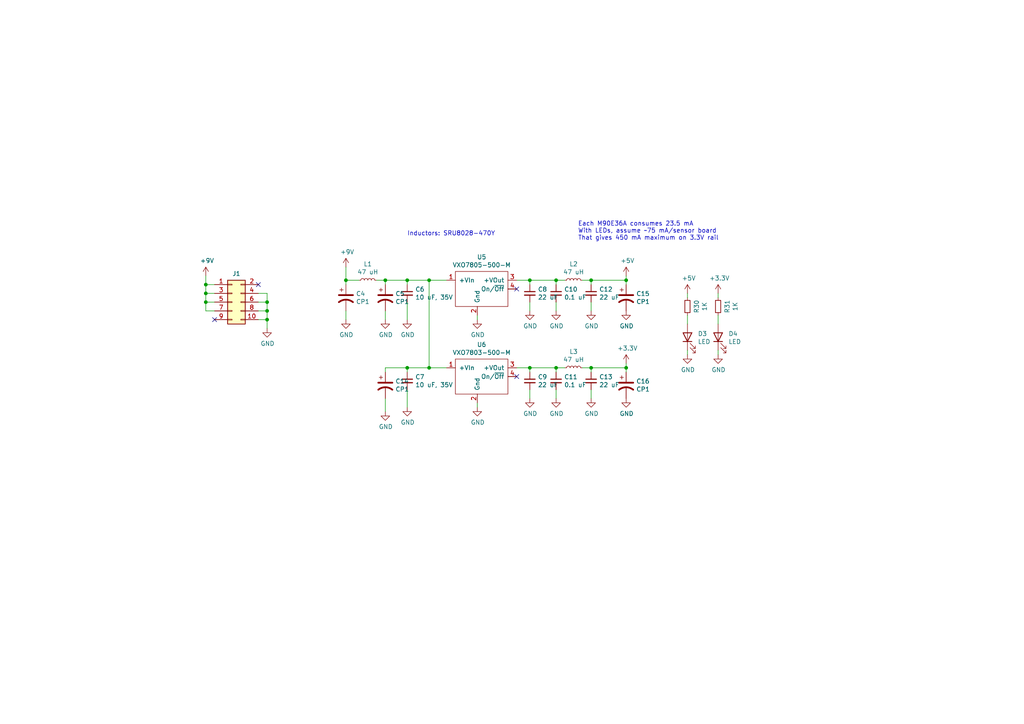
<source format=kicad_sch>
(kicad_sch (version 20211123) (generator eeschema)

  (uuid c9667181-b3c7-4b01-b8b4-baa29a9aea63)

  (paper "A4")

  (lib_symbols
    (symbol "Connector_Generic:Conn_02x05_Odd_Even" (pin_names (offset 1.016) hide) (in_bom yes) (on_board yes)
      (property "Reference" "J" (id 0) (at 1.27 7.62 0)
        (effects (font (size 1.27 1.27)))
      )
      (property "Value" "Conn_02x05_Odd_Even" (id 1) (at 1.27 -7.62 0)
        (effects (font (size 1.27 1.27)))
      )
      (property "Footprint" "" (id 2) (at 0 0 0)
        (effects (font (size 1.27 1.27)) hide)
      )
      (property "Datasheet" "~" (id 3) (at 0 0 0)
        (effects (font (size 1.27 1.27)) hide)
      )
      (property "ki_keywords" "connector" (id 4) (at 0 0 0)
        (effects (font (size 1.27 1.27)) hide)
      )
      (property "ki_description" "Generic connector, double row, 02x05, odd/even pin numbering scheme (row 1 odd numbers, row 2 even numbers), script generated (kicad-library-utils/schlib/autogen/connector/)" (id 5) (at 0 0 0)
        (effects (font (size 1.27 1.27)) hide)
      )
      (property "ki_fp_filters" "Connector*:*_2x??_*" (id 6) (at 0 0 0)
        (effects (font (size 1.27 1.27)) hide)
      )
      (symbol "Conn_02x05_Odd_Even_1_1"
        (rectangle (start -1.27 -4.953) (end 0 -5.207)
          (stroke (width 0.1524) (type default) (color 0 0 0 0))
          (fill (type none))
        )
        (rectangle (start -1.27 -2.413) (end 0 -2.667)
          (stroke (width 0.1524) (type default) (color 0 0 0 0))
          (fill (type none))
        )
        (rectangle (start -1.27 0.127) (end 0 -0.127)
          (stroke (width 0.1524) (type default) (color 0 0 0 0))
          (fill (type none))
        )
        (rectangle (start -1.27 2.667) (end 0 2.413)
          (stroke (width 0.1524) (type default) (color 0 0 0 0))
          (fill (type none))
        )
        (rectangle (start -1.27 5.207) (end 0 4.953)
          (stroke (width 0.1524) (type default) (color 0 0 0 0))
          (fill (type none))
        )
        (rectangle (start -1.27 6.35) (end 3.81 -6.35)
          (stroke (width 0.254) (type default) (color 0 0 0 0))
          (fill (type background))
        )
        (rectangle (start 3.81 -4.953) (end 2.54 -5.207)
          (stroke (width 0.1524) (type default) (color 0 0 0 0))
          (fill (type none))
        )
        (rectangle (start 3.81 -2.413) (end 2.54 -2.667)
          (stroke (width 0.1524) (type default) (color 0 0 0 0))
          (fill (type none))
        )
        (rectangle (start 3.81 0.127) (end 2.54 -0.127)
          (stroke (width 0.1524) (type default) (color 0 0 0 0))
          (fill (type none))
        )
        (rectangle (start 3.81 2.667) (end 2.54 2.413)
          (stroke (width 0.1524) (type default) (color 0 0 0 0))
          (fill (type none))
        )
        (rectangle (start 3.81 5.207) (end 2.54 4.953)
          (stroke (width 0.1524) (type default) (color 0 0 0 0))
          (fill (type none))
        )
        (pin passive line (at -5.08 5.08 0) (length 3.81)
          (name "Pin_1" (effects (font (size 1.27 1.27))))
          (number "1" (effects (font (size 1.27 1.27))))
        )
        (pin passive line (at 7.62 -5.08 180) (length 3.81)
          (name "Pin_10" (effects (font (size 1.27 1.27))))
          (number "10" (effects (font (size 1.27 1.27))))
        )
        (pin passive line (at 7.62 5.08 180) (length 3.81)
          (name "Pin_2" (effects (font (size 1.27 1.27))))
          (number "2" (effects (font (size 1.27 1.27))))
        )
        (pin passive line (at -5.08 2.54 0) (length 3.81)
          (name "Pin_3" (effects (font (size 1.27 1.27))))
          (number "3" (effects (font (size 1.27 1.27))))
        )
        (pin passive line (at 7.62 2.54 180) (length 3.81)
          (name "Pin_4" (effects (font (size 1.27 1.27))))
          (number "4" (effects (font (size 1.27 1.27))))
        )
        (pin passive line (at -5.08 0 0) (length 3.81)
          (name "Pin_5" (effects (font (size 1.27 1.27))))
          (number "5" (effects (font (size 1.27 1.27))))
        )
        (pin passive line (at 7.62 0 180) (length 3.81)
          (name "Pin_6" (effects (font (size 1.27 1.27))))
          (number "6" (effects (font (size 1.27 1.27))))
        )
        (pin passive line (at -5.08 -2.54 0) (length 3.81)
          (name "Pin_7" (effects (font (size 1.27 1.27))))
          (number "7" (effects (font (size 1.27 1.27))))
        )
        (pin passive line (at 7.62 -2.54 180) (length 3.81)
          (name "Pin_8" (effects (font (size 1.27 1.27))))
          (number "8" (effects (font (size 1.27 1.27))))
        )
        (pin passive line (at -5.08 -5.08 0) (length 3.81)
          (name "Pin_9" (effects (font (size 1.27 1.27))))
          (number "9" (effects (font (size 1.27 1.27))))
        )
      )
    )
    (symbol "Device:CP1" (pin_numbers hide) (pin_names (offset 0.254) hide) (in_bom yes) (on_board yes)
      (property "Reference" "C" (id 0) (at 0.635 2.54 0)
        (effects (font (size 1.27 1.27)) (justify left))
      )
      (property "Value" "Device_CP1" (id 1) (at 0.635 -2.54 0)
        (effects (font (size 1.27 1.27)) (justify left))
      )
      (property "Footprint" "" (id 2) (at 0 0 0)
        (effects (font (size 1.27 1.27)) hide)
      )
      (property "Datasheet" "" (id 3) (at 0 0 0)
        (effects (font (size 1.27 1.27)) hide)
      )
      (property "ki_fp_filters" "CP_*" (id 4) (at 0 0 0)
        (effects (font (size 1.27 1.27)) hide)
      )
      (symbol "CP1_0_1"
        (polyline
          (pts
            (xy -2.032 0.762)
            (xy 2.032 0.762)
          )
          (stroke (width 0.508) (type default) (color 0 0 0 0))
          (fill (type none))
        )
        (polyline
          (pts
            (xy -1.778 2.286)
            (xy -0.762 2.286)
          )
          (stroke (width 0) (type default) (color 0 0 0 0))
          (fill (type none))
        )
        (polyline
          (pts
            (xy -1.27 1.778)
            (xy -1.27 2.794)
          )
          (stroke (width 0) (type default) (color 0 0 0 0))
          (fill (type none))
        )
        (arc (start 2.032 -1.27) (mid 0 -0.5572) (end -2.032 -1.27)
          (stroke (width 0.508) (type default) (color 0 0 0 0))
          (fill (type none))
        )
      )
      (symbol "CP1_1_1"
        (pin passive line (at 0 3.81 270) (length 2.794)
          (name "~" (effects (font (size 1.27 1.27))))
          (number "1" (effects (font (size 1.27 1.27))))
        )
        (pin passive line (at 0 -3.81 90) (length 3.302)
          (name "~" (effects (font (size 1.27 1.27))))
          (number "2" (effects (font (size 1.27 1.27))))
        )
      )
    )
    (symbol "Device:C_Small" (pin_numbers hide) (pin_names (offset 0.254) hide) (in_bom yes) (on_board yes)
      (property "Reference" "C" (id 0) (at 0.254 1.778 0)
        (effects (font (size 1.27 1.27)) (justify left))
      )
      (property "Value" "C_Small" (id 1) (at 0.254 -2.032 0)
        (effects (font (size 1.27 1.27)) (justify left))
      )
      (property "Footprint" "" (id 2) (at 0 0 0)
        (effects (font (size 1.27 1.27)) hide)
      )
      (property "Datasheet" "~" (id 3) (at 0 0 0)
        (effects (font (size 1.27 1.27)) hide)
      )
      (property "ki_keywords" "capacitor cap" (id 4) (at 0 0 0)
        (effects (font (size 1.27 1.27)) hide)
      )
      (property "ki_description" "Unpolarized capacitor, small symbol" (id 5) (at 0 0 0)
        (effects (font (size 1.27 1.27)) hide)
      )
      (property "ki_fp_filters" "C_*" (id 6) (at 0 0 0)
        (effects (font (size 1.27 1.27)) hide)
      )
      (symbol "C_Small_0_1"
        (polyline
          (pts
            (xy -1.524 -0.508)
            (xy 1.524 -0.508)
          )
          (stroke (width 0.3302) (type default) (color 0 0 0 0))
          (fill (type none))
        )
        (polyline
          (pts
            (xy -1.524 0.508)
            (xy 1.524 0.508)
          )
          (stroke (width 0.3048) (type default) (color 0 0 0 0))
          (fill (type none))
        )
      )
      (symbol "C_Small_1_1"
        (pin passive line (at 0 2.54 270) (length 2.032)
          (name "~" (effects (font (size 1.27 1.27))))
          (number "1" (effects (font (size 1.27 1.27))))
        )
        (pin passive line (at 0 -2.54 90) (length 2.032)
          (name "~" (effects (font (size 1.27 1.27))))
          (number "2" (effects (font (size 1.27 1.27))))
        )
      )
    )
    (symbol "Device:LED" (pin_numbers hide) (pin_names (offset 1.016) hide) (in_bom yes) (on_board yes)
      (property "Reference" "D" (id 0) (at 0 2.54 0)
        (effects (font (size 1.27 1.27)))
      )
      (property "Value" "LED" (id 1) (at 0 -2.54 0)
        (effects (font (size 1.27 1.27)))
      )
      (property "Footprint" "" (id 2) (at 0 0 0)
        (effects (font (size 1.27 1.27)) hide)
      )
      (property "Datasheet" "~" (id 3) (at 0 0 0)
        (effects (font (size 1.27 1.27)) hide)
      )
      (property "ki_keywords" "LED diode" (id 4) (at 0 0 0)
        (effects (font (size 1.27 1.27)) hide)
      )
      (property "ki_description" "Light emitting diode" (id 5) (at 0 0 0)
        (effects (font (size 1.27 1.27)) hide)
      )
      (property "ki_fp_filters" "LED* LED_SMD:* LED_THT:*" (id 6) (at 0 0 0)
        (effects (font (size 1.27 1.27)) hide)
      )
      (symbol "LED_0_1"
        (polyline
          (pts
            (xy -1.27 -1.27)
            (xy -1.27 1.27)
          )
          (stroke (width 0.254) (type default) (color 0 0 0 0))
          (fill (type none))
        )
        (polyline
          (pts
            (xy -1.27 0)
            (xy 1.27 0)
          )
          (stroke (width 0) (type default) (color 0 0 0 0))
          (fill (type none))
        )
        (polyline
          (pts
            (xy 1.27 -1.27)
            (xy 1.27 1.27)
            (xy -1.27 0)
            (xy 1.27 -1.27)
          )
          (stroke (width 0.254) (type default) (color 0 0 0 0))
          (fill (type none))
        )
        (polyline
          (pts
            (xy -3.048 -0.762)
            (xy -4.572 -2.286)
            (xy -3.81 -2.286)
            (xy -4.572 -2.286)
            (xy -4.572 -1.524)
          )
          (stroke (width 0) (type default) (color 0 0 0 0))
          (fill (type none))
        )
        (polyline
          (pts
            (xy -1.778 -0.762)
            (xy -3.302 -2.286)
            (xy -2.54 -2.286)
            (xy -3.302 -2.286)
            (xy -3.302 -1.524)
          )
          (stroke (width 0) (type default) (color 0 0 0 0))
          (fill (type none))
        )
      )
      (symbol "LED_1_1"
        (pin passive line (at -3.81 0 0) (length 2.54)
          (name "K" (effects (font (size 1.27 1.27))))
          (number "1" (effects (font (size 1.27 1.27))))
        )
        (pin passive line (at 3.81 0 180) (length 2.54)
          (name "A" (effects (font (size 1.27 1.27))))
          (number "2" (effects (font (size 1.27 1.27))))
        )
      )
    )
    (symbol "Device:L_Small" (pin_numbers hide) (pin_names (offset 0.254) hide) (in_bom yes) (on_board yes)
      (property "Reference" "L" (id 0) (at 0.762 1.016 0)
        (effects (font (size 1.27 1.27)) (justify left))
      )
      (property "Value" "L_Small" (id 1) (at 0.762 -1.016 0)
        (effects (font (size 1.27 1.27)) (justify left))
      )
      (property "Footprint" "" (id 2) (at 0 0 0)
        (effects (font (size 1.27 1.27)) hide)
      )
      (property "Datasheet" "~" (id 3) (at 0 0 0)
        (effects (font (size 1.27 1.27)) hide)
      )
      (property "ki_keywords" "inductor choke coil reactor magnetic" (id 4) (at 0 0 0)
        (effects (font (size 1.27 1.27)) hide)
      )
      (property "ki_description" "Inductor, small symbol" (id 5) (at 0 0 0)
        (effects (font (size 1.27 1.27)) hide)
      )
      (property "ki_fp_filters" "Choke_* *Coil* Inductor_* L_*" (id 6) (at 0 0 0)
        (effects (font (size 1.27 1.27)) hide)
      )
      (symbol "L_Small_0_1"
        (arc (start 0 -2.032) (mid 0.508 -1.524) (end 0 -1.016)
          (stroke (width 0) (type default) (color 0 0 0 0))
          (fill (type none))
        )
        (arc (start 0 -1.016) (mid 0.508 -0.508) (end 0 0)
          (stroke (width 0) (type default) (color 0 0 0 0))
          (fill (type none))
        )
        (arc (start 0 0) (mid 0.508 0.508) (end 0 1.016)
          (stroke (width 0) (type default) (color 0 0 0 0))
          (fill (type none))
        )
        (arc (start 0 1.016) (mid 0.508 1.524) (end 0 2.032)
          (stroke (width 0) (type default) (color 0 0 0 0))
          (fill (type none))
        )
      )
      (symbol "L_Small_1_1"
        (pin passive line (at 0 2.54 270) (length 0.508)
          (name "~" (effects (font (size 1.27 1.27))))
          (number "1" (effects (font (size 1.27 1.27))))
        )
        (pin passive line (at 0 -2.54 90) (length 0.508)
          (name "~" (effects (font (size 1.27 1.27))))
          (number "2" (effects (font (size 1.27 1.27))))
        )
      )
    )
    (symbol "Device:R_Small" (pin_numbers hide) (pin_names (offset 0.254) hide) (in_bom yes) (on_board yes)
      (property "Reference" "R" (id 0) (at 0.762 0.508 0)
        (effects (font (size 1.27 1.27)) (justify left))
      )
      (property "Value" "R_Small" (id 1) (at 0.762 -1.016 0)
        (effects (font (size 1.27 1.27)) (justify left))
      )
      (property "Footprint" "" (id 2) (at 0 0 0)
        (effects (font (size 1.27 1.27)) hide)
      )
      (property "Datasheet" "~" (id 3) (at 0 0 0)
        (effects (font (size 1.27 1.27)) hide)
      )
      (property "ki_keywords" "R resistor" (id 4) (at 0 0 0)
        (effects (font (size 1.27 1.27)) hide)
      )
      (property "ki_description" "Resistor, small symbol" (id 5) (at 0 0 0)
        (effects (font (size 1.27 1.27)) hide)
      )
      (property "ki_fp_filters" "R_*" (id 6) (at 0 0 0)
        (effects (font (size 1.27 1.27)) hide)
      )
      (symbol "R_Small_0_1"
        (rectangle (start -0.762 1.778) (end 0.762 -1.778)
          (stroke (width 0.2032) (type default) (color 0 0 0 0))
          (fill (type none))
        )
      )
      (symbol "R_Small_1_1"
        (pin passive line (at 0 2.54 270) (length 0.762)
          (name "~" (effects (font (size 1.27 1.27))))
          (number "1" (effects (font (size 1.27 1.27))))
        )
        (pin passive line (at 0 -2.54 90) (length 0.762)
          (name "~" (effects (font (size 1.27 1.27))))
          (number "2" (effects (font (size 1.27 1.27))))
        )
      )
    )
    (symbol "custom:VXO78x-500-M" (pin_names (offset 1.016)) (in_bom yes) (on_board yes)
      (property "Reference" "U" (id 0) (at -1.27 8.89 0)
        (effects (font (size 1.27 1.27)))
      )
      (property "Value" "VXO78x-500-M" (id 1) (at 0 6.35 0)
        (effects (font (size 1.27 1.27)))
      )
      (property "Footprint" "custom:VXO78x-500-M" (id 2) (at 0 0 0)
        (effects (font (size 1.27 1.27)) hide)
      )
      (property "Datasheet" "" (id 3) (at 0 0 0)
        (effects (font (size 1.27 1.27)) hide)
      )
      (symbol "VXO78x-500-M_0_1"
        (rectangle (start -6.35 3.81) (end 8.89 -6.35)
          (stroke (width 0) (type default) (color 0 0 0 0))
          (fill (type none))
        )
      )
      (symbol "VXO78x-500-M_1_1"
        (pin power_in line (at -8.89 1.27 0) (length 2.54)
          (name "+VIn" (effects (font (size 1.27 1.27))))
          (number "1" (effects (font (size 1.27 1.27))))
        )
        (pin power_in line (at 0 -8.89 90) (length 2.54)
          (name "Gnd" (effects (font (size 1.27 1.27))))
          (number "2" (effects (font (size 1.27 1.27))))
        )
        (pin power_out line (at 11.43 1.27 180) (length 2.54)
          (name "+VOut" (effects (font (size 1.27 1.27))))
          (number "3" (effects (font (size 1.27 1.27))))
        )
        (pin input line (at 11.43 -1.27 180) (length 2.54)
          (name "On/~{Off}" (effects (font (size 1.27 1.27))))
          (number "4" (effects (font (size 1.27 1.27))))
        )
      )
    )
    (symbol "power:+3.3V" (power) (pin_names (offset 0)) (in_bom yes) (on_board yes)
      (property "Reference" "#PWR" (id 0) (at 0 -3.81 0)
        (effects (font (size 1.27 1.27)) hide)
      )
      (property "Value" "+3.3V" (id 1) (at 0 3.556 0)
        (effects (font (size 1.27 1.27)))
      )
      (property "Footprint" "" (id 2) (at 0 0 0)
        (effects (font (size 1.27 1.27)) hide)
      )
      (property "Datasheet" "" (id 3) (at 0 0 0)
        (effects (font (size 1.27 1.27)) hide)
      )
      (property "ki_keywords" "global power" (id 4) (at 0 0 0)
        (effects (font (size 1.27 1.27)) hide)
      )
      (property "ki_description" "Power symbol creates a global label with name \"+3.3V\"" (id 5) (at 0 0 0)
        (effects (font (size 1.27 1.27)) hide)
      )
      (symbol "+3.3V_0_1"
        (polyline
          (pts
            (xy -0.762 1.27)
            (xy 0 2.54)
          )
          (stroke (width 0) (type default) (color 0 0 0 0))
          (fill (type none))
        )
        (polyline
          (pts
            (xy 0 0)
            (xy 0 2.54)
          )
          (stroke (width 0) (type default) (color 0 0 0 0))
          (fill (type none))
        )
        (polyline
          (pts
            (xy 0 2.54)
            (xy 0.762 1.27)
          )
          (stroke (width 0) (type default) (color 0 0 0 0))
          (fill (type none))
        )
      )
      (symbol "+3.3V_1_1"
        (pin power_in line (at 0 0 90) (length 0) hide
          (name "+3.3V" (effects (font (size 1.27 1.27))))
          (number "1" (effects (font (size 1.27 1.27))))
        )
      )
    )
    (symbol "power:+5V" (power) (pin_names (offset 0)) (in_bom yes) (on_board yes)
      (property "Reference" "#PWR" (id 0) (at 0 -3.81 0)
        (effects (font (size 1.27 1.27)) hide)
      )
      (property "Value" "+5V" (id 1) (at 0 3.556 0)
        (effects (font (size 1.27 1.27)))
      )
      (property "Footprint" "" (id 2) (at 0 0 0)
        (effects (font (size 1.27 1.27)) hide)
      )
      (property "Datasheet" "" (id 3) (at 0 0 0)
        (effects (font (size 1.27 1.27)) hide)
      )
      (property "ki_keywords" "global power" (id 4) (at 0 0 0)
        (effects (font (size 1.27 1.27)) hide)
      )
      (property "ki_description" "Power symbol creates a global label with name \"+5V\"" (id 5) (at 0 0 0)
        (effects (font (size 1.27 1.27)) hide)
      )
      (symbol "+5V_0_1"
        (polyline
          (pts
            (xy -0.762 1.27)
            (xy 0 2.54)
          )
          (stroke (width 0) (type default) (color 0 0 0 0))
          (fill (type none))
        )
        (polyline
          (pts
            (xy 0 0)
            (xy 0 2.54)
          )
          (stroke (width 0) (type default) (color 0 0 0 0))
          (fill (type none))
        )
        (polyline
          (pts
            (xy 0 2.54)
            (xy 0.762 1.27)
          )
          (stroke (width 0) (type default) (color 0 0 0 0))
          (fill (type none))
        )
      )
      (symbol "+5V_1_1"
        (pin power_in line (at 0 0 90) (length 0) hide
          (name "+5V" (effects (font (size 1.27 1.27))))
          (number "1" (effects (font (size 1.27 1.27))))
        )
      )
    )
    (symbol "power:+9V" (power) (pin_names (offset 0)) (in_bom yes) (on_board yes)
      (property "Reference" "#PWR" (id 0) (at 0 -3.81 0)
        (effects (font (size 1.27 1.27)) hide)
      )
      (property "Value" "+9V" (id 1) (at 0 3.556 0)
        (effects (font (size 1.27 1.27)))
      )
      (property "Footprint" "" (id 2) (at 0 0 0)
        (effects (font (size 1.27 1.27)) hide)
      )
      (property "Datasheet" "" (id 3) (at 0 0 0)
        (effects (font (size 1.27 1.27)) hide)
      )
      (property "ki_keywords" "global power" (id 4) (at 0 0 0)
        (effects (font (size 1.27 1.27)) hide)
      )
      (property "ki_description" "Power symbol creates a global label with name \"+9V\"" (id 5) (at 0 0 0)
        (effects (font (size 1.27 1.27)) hide)
      )
      (symbol "+9V_0_1"
        (polyline
          (pts
            (xy -0.762 1.27)
            (xy 0 2.54)
          )
          (stroke (width 0) (type default) (color 0 0 0 0))
          (fill (type none))
        )
        (polyline
          (pts
            (xy 0 0)
            (xy 0 2.54)
          )
          (stroke (width 0) (type default) (color 0 0 0 0))
          (fill (type none))
        )
        (polyline
          (pts
            (xy 0 2.54)
            (xy 0.762 1.27)
          )
          (stroke (width 0) (type default) (color 0 0 0 0))
          (fill (type none))
        )
      )
      (symbol "+9V_1_1"
        (pin power_in line (at 0 0 90) (length 0) hide
          (name "+9V" (effects (font (size 1.27 1.27))))
          (number "1" (effects (font (size 1.27 1.27))))
        )
      )
    )
    (symbol "power:GND" (power) (pin_names (offset 0)) (in_bom yes) (on_board yes)
      (property "Reference" "#PWR" (id 0) (at 0 -6.35 0)
        (effects (font (size 1.27 1.27)) hide)
      )
      (property "Value" "GND" (id 1) (at 0 -3.81 0)
        (effects (font (size 1.27 1.27)))
      )
      (property "Footprint" "" (id 2) (at 0 0 0)
        (effects (font (size 1.27 1.27)) hide)
      )
      (property "Datasheet" "" (id 3) (at 0 0 0)
        (effects (font (size 1.27 1.27)) hide)
      )
      (property "ki_keywords" "global power" (id 4) (at 0 0 0)
        (effects (font (size 1.27 1.27)) hide)
      )
      (property "ki_description" "Power symbol creates a global label with name \"GND\" , ground" (id 5) (at 0 0 0)
        (effects (font (size 1.27 1.27)) hide)
      )
      (symbol "GND_0_1"
        (polyline
          (pts
            (xy 0 0)
            (xy 0 -1.27)
            (xy 1.27 -1.27)
            (xy 0 -2.54)
            (xy -1.27 -1.27)
            (xy 0 -1.27)
          )
          (stroke (width 0) (type default) (color 0 0 0 0))
          (fill (type none))
        )
      )
      (symbol "GND_1_1"
        (pin power_in line (at 0 0 270) (length 0) hide
          (name "GND" (effects (font (size 1.27 1.27))))
          (number "1" (effects (font (size 1.27 1.27))))
        )
      )
    )
  )

  (junction (at 118.11 81.28) (diameter 0) (color 0 0 0 0)
    (uuid 0cc45b5b-96b3-4284-9cae-a3a9e324a916)
  )
  (junction (at 100.33 81.28) (diameter 0) (color 0 0 0 0)
    (uuid 109caac1-5036-4f23-9a66-f569d871501b)
  )
  (junction (at 161.29 81.28) (diameter 0) (color 0 0 0 0)
    (uuid 1c68b844-c861-46b7-b734-0242168a4220)
  )
  (junction (at 59.69 87.63) (diameter 0) (color 0 0 0 0)
    (uuid 1f9ae101-c652-4998-a503-17aedf3d5746)
  )
  (junction (at 77.47 90.17) (diameter 0) (color 0 0 0 0)
    (uuid 3e915099-a18e-49f4-89bb-abe64c2dade5)
  )
  (junction (at 153.67 106.68) (diameter 0) (color 0 0 0 0)
    (uuid 6e435cd4-da2b-4602-a0aa-5dd988834dff)
  )
  (junction (at 181.61 106.68) (diameter 0) (color 0 0 0 0)
    (uuid 7b044939-8c4d-444f-b9e0-a15fcdeb5a86)
  )
  (junction (at 181.61 81.28) (diameter 0) (color 0 0 0 0)
    (uuid 89e83c2e-e90a-4a50-b278-880bac0cfb49)
  )
  (junction (at 161.29 106.68) (diameter 0) (color 0 0 0 0)
    (uuid 9a0b74a5-4879-4b51-8e8e-6d85a0107422)
  )
  (junction (at 171.45 81.28) (diameter 0) (color 0 0 0 0)
    (uuid 9f80220c-1612-4589-b9ca-a5579617bdb8)
  )
  (junction (at 118.11 106.68) (diameter 0) (color 0 0 0 0)
    (uuid a29f8df0-3fae-4edf-8d9c-bd5a875b13e3)
  )
  (junction (at 153.67 81.28) (diameter 0) (color 0 0 0 0)
    (uuid b5071759-a4d7-4769-be02-251f23cd4454)
  )
  (junction (at 124.46 106.68) (diameter 0) (color 0 0 0 0)
    (uuid b6135480-ace6-42b2-9c47-856ef57cded1)
  )
  (junction (at 59.69 85.09) (diameter 0) (color 0 0 0 0)
    (uuid c4cab9c5-d6e5-4660-b910-603a51b56783)
  )
  (junction (at 171.45 106.68) (diameter 0) (color 0 0 0 0)
    (uuid c8b92953-cd23-44e6-85ce-083fb8c3f20f)
  )
  (junction (at 77.47 87.63) (diameter 0) (color 0 0 0 0)
    (uuid cb721686-5255-4788-a3b0-ce4312e32eb7)
  )
  (junction (at 124.46 81.28) (diameter 0) (color 0 0 0 0)
    (uuid dc2801a1-d539-4721-b31f-fe196b9f13df)
  )
  (junction (at 111.76 81.28) (diameter 0) (color 0 0 0 0)
    (uuid e54e5e19-1deb-49a9-8629-617db8e434c0)
  )
  (junction (at 59.69 82.55) (diameter 0) (color 0 0 0 0)
    (uuid eb8d02e9-145c-465d-b6a8-bae84d47a94b)
  )
  (junction (at 77.47 92.71) (diameter 0) (color 0 0 0 0)
    (uuid f73b5500-6337-4860-a114-6e307f65ec9f)
  )

  (no_connect (at 62.23 92.71) (uuid 3326423d-8df7-4a7e-a354-349430b8fbd7))
  (no_connect (at 74.93 82.55) (uuid 4d4fecdd-be4a-47e9-9085-2268d5852d8f))
  (no_connect (at 149.86 109.22) (uuid 997c2f12-73ba-4c01-9ee0-42e37cbab790))
  (no_connect (at 149.86 83.82) (uuid afd38b10-2eca-4abe-aed1-a96fb07ffdbe))

  (wire (pts (xy 153.67 81.28) (xy 153.67 82.55))
    (stroke (width 0) (type default) (color 0 0 0 0))
    (uuid 009b5465-0a65-4237-93e7-eb65321eeb18)
  )
  (wire (pts (xy 171.45 107.95) (xy 171.45 106.68))
    (stroke (width 0) (type default) (color 0 0 0 0))
    (uuid 00f3ea8b-8a54-4e56-84ff-d98f6c00496c)
  )
  (wire (pts (xy 153.67 90.17) (xy 153.67 87.63))
    (stroke (width 0) (type default) (color 0 0 0 0))
    (uuid 026ac84e-b8b2-4dd2-b675-8323c24fd778)
  )
  (wire (pts (xy 181.61 106.68) (xy 181.61 105.41))
    (stroke (width 0) (type default) (color 0 0 0 0))
    (uuid 0325ec43-0390-4ae2-b055-b1ec6ce17b1c)
  )
  (wire (pts (xy 171.45 106.68) (xy 181.61 106.68))
    (stroke (width 0) (type default) (color 0 0 0 0))
    (uuid 0520f61d-4522-4301-a3fa-8ed0bf060f69)
  )
  (wire (pts (xy 124.46 81.28) (xy 129.54 81.28))
    (stroke (width 0) (type default) (color 0 0 0 0))
    (uuid 065b9982-55f2-4822-977e-07e8a06e7b35)
  )
  (wire (pts (xy 118.11 106.68) (xy 124.46 106.68))
    (stroke (width 0) (type default) (color 0 0 0 0))
    (uuid 076046ab-4b56-4060-b8d9-0d80806d0277)
  )
  (wire (pts (xy 163.83 81.28) (xy 161.29 81.28))
    (stroke (width 0) (type default) (color 0 0 0 0))
    (uuid 0f324b67-75ef-407f-8dbc-3c1fc5c2abba)
  )
  (wire (pts (xy 138.43 118.11) (xy 138.43 116.84))
    (stroke (width 0) (type default) (color 0 0 0 0))
    (uuid 1171ce37-6ad7-4662-bb68-5592c945ebf3)
  )
  (wire (pts (xy 100.33 81.28) (xy 100.33 77.47))
    (stroke (width 0) (type default) (color 0 0 0 0))
    (uuid 19b0959e-a79b-43b2-a5ad-525ced7e9131)
  )
  (wire (pts (xy 111.76 106.68) (xy 111.76 107.95))
    (stroke (width 0) (type default) (color 0 0 0 0))
    (uuid 20cca02e-4c4d-4961-b6b4-b40a1731b220)
  )
  (wire (pts (xy 149.86 81.28) (xy 153.67 81.28))
    (stroke (width 0) (type default) (color 0 0 0 0))
    (uuid 221bef83-3ea7-4d3f-adeb-53a8a07c6273)
  )
  (wire (pts (xy 171.45 81.28) (xy 168.91 81.28))
    (stroke (width 0) (type default) (color 0 0 0 0))
    (uuid 224768bc-6009-43ba-aa4a-70cbaa15b5a3)
  )
  (wire (pts (xy 62.23 82.55) (xy 59.69 82.55))
    (stroke (width 0) (type default) (color 0 0 0 0))
    (uuid 29bb7297-26fb-4776-9266-2355d022bab0)
  )
  (wire (pts (xy 77.47 87.63) (xy 77.47 90.17))
    (stroke (width 0) (type default) (color 0 0 0 0))
    (uuid 30317bf0-88bb-49e7-bf8b-9f3883982225)
  )
  (wire (pts (xy 100.33 81.28) (xy 104.14 81.28))
    (stroke (width 0) (type default) (color 0 0 0 0))
    (uuid 31540a7e-dc9e-4e4d-96b1-dab15efa5f4b)
  )
  (wire (pts (xy 161.29 90.17) (xy 161.29 87.63))
    (stroke (width 0) (type default) (color 0 0 0 0))
    (uuid 34d03349-6d78-4165-a683-2d8b76f2bae8)
  )
  (wire (pts (xy 161.29 115.57) (xy 161.29 113.03))
    (stroke (width 0) (type default) (color 0 0 0 0))
    (uuid 38a501e2-0ee8-439d-bd02-e9e90e7503e9)
  )
  (wire (pts (xy 118.11 118.11) (xy 118.11 113.03))
    (stroke (width 0) (type default) (color 0 0 0 0))
    (uuid 3f43d730-2a73-49fe-9672-32428e7f5b49)
  )
  (wire (pts (xy 199.39 91.44) (xy 199.39 93.98))
    (stroke (width 0) (type default) (color 0 0 0 0))
    (uuid 44646447-0a8e-4aec-a74e-22bf765d0f33)
  )
  (wire (pts (xy 161.29 81.28) (xy 153.67 81.28))
    (stroke (width 0) (type default) (color 0 0 0 0))
    (uuid 4b03e854-02fe-44cc-bece-f8268b7cae54)
  )
  (wire (pts (xy 149.86 106.68) (xy 153.67 106.68))
    (stroke (width 0) (type default) (color 0 0 0 0))
    (uuid 4ba06b66-7669-4c70-b585-f5d4c9c33527)
  )
  (wire (pts (xy 59.69 80.01) (xy 59.69 82.55))
    (stroke (width 0) (type default) (color 0 0 0 0))
    (uuid 4c843bdb-6c9e-40dd-85e2-0567846e18ba)
  )
  (wire (pts (xy 118.11 106.68) (xy 111.76 106.68))
    (stroke (width 0) (type default) (color 0 0 0 0))
    (uuid 5487601b-81d3-4c70-8f3d-cf9df9c63302)
  )
  (wire (pts (xy 208.28 93.98) (xy 208.28 91.44))
    (stroke (width 0) (type default) (color 0 0 0 0))
    (uuid 5701b80f-f006-4814-81c9-0c7f006088a9)
  )
  (wire (pts (xy 181.61 81.28) (xy 181.61 80.01))
    (stroke (width 0) (type default) (color 0 0 0 0))
    (uuid 576c6616-e95d-4f1e-8ead-dea30fcdc8c2)
  )
  (wire (pts (xy 59.69 87.63) (xy 62.23 87.63))
    (stroke (width 0) (type default) (color 0 0 0 0))
    (uuid 5c30b9b4-3014-4f50-9329-27a539b67e01)
  )
  (wire (pts (xy 109.22 81.28) (xy 111.76 81.28))
    (stroke (width 0) (type default) (color 0 0 0 0))
    (uuid 609b9e1b-4e3b-42b7-ac76-a62ec4d0e7c7)
  )
  (wire (pts (xy 208.28 86.36) (xy 208.28 85.09))
    (stroke (width 0) (type default) (color 0 0 0 0))
    (uuid 63c56ea4-91a3-4172-b9de-a4388cc8f894)
  )
  (wire (pts (xy 124.46 106.68) (xy 124.46 81.28))
    (stroke (width 0) (type default) (color 0 0 0 0))
    (uuid 6d1d60ff-408a-47a7-892f-c5cf9ef6ca75)
  )
  (wire (pts (xy 161.29 107.95) (xy 161.29 106.68))
    (stroke (width 0) (type default) (color 0 0 0 0))
    (uuid 6f675e5f-8fe6-4148-baf1-da97afc770f8)
  )
  (wire (pts (xy 59.69 85.09) (xy 62.23 85.09))
    (stroke (width 0) (type default) (color 0 0 0 0))
    (uuid 6ffdf05e-e119-49f9-85e9-13e4901df42a)
  )
  (wire (pts (xy 161.29 106.68) (xy 163.83 106.68))
    (stroke (width 0) (type default) (color 0 0 0 0))
    (uuid 71989e06-8659-4605-b2da-4f729cc41263)
  )
  (wire (pts (xy 59.69 82.55) (xy 59.69 85.09))
    (stroke (width 0) (type default) (color 0 0 0 0))
    (uuid 72b36951-3ec7-4569-9c88-cf9b4afe1cae)
  )
  (wire (pts (xy 171.45 81.28) (xy 181.61 81.28))
    (stroke (width 0) (type default) (color 0 0 0 0))
    (uuid 752417ee-7d0b-4ac8-a22c-26669881a2ab)
  )
  (wire (pts (xy 181.61 81.28) (xy 181.61 82.55))
    (stroke (width 0) (type default) (color 0 0 0 0))
    (uuid 81a15393-727e-448b-a777-b18773023d89)
  )
  (wire (pts (xy 77.47 92.71) (xy 77.47 95.25))
    (stroke (width 0) (type default) (color 0 0 0 0))
    (uuid 8458d41c-5d62-455d-b6e1-9f718c0faac9)
  )
  (wire (pts (xy 59.69 90.17) (xy 62.23 90.17))
    (stroke (width 0) (type default) (color 0 0 0 0))
    (uuid 88cb65f4-7e9e-44eb-8692-3b6e2e788a94)
  )
  (wire (pts (xy 100.33 82.55) (xy 100.33 81.28))
    (stroke (width 0) (type default) (color 0 0 0 0))
    (uuid 8c1605f9-6c91-4701-96bf-e753661d5e23)
  )
  (wire (pts (xy 124.46 106.68) (xy 129.54 106.68))
    (stroke (width 0) (type default) (color 0 0 0 0))
    (uuid 970e0f64-111f-41e3-9f5a-fb0d0f6fa101)
  )
  (wire (pts (xy 118.11 82.55) (xy 118.11 81.28))
    (stroke (width 0) (type default) (color 0 0 0 0))
    (uuid 98b00c9d-9188-4bce-aa70-92d12dd9cf82)
  )
  (wire (pts (xy 59.69 85.09) (xy 59.69 87.63))
    (stroke (width 0) (type default) (color 0 0 0 0))
    (uuid 9a2d648d-863a-4b7b-80f9-d537185c212b)
  )
  (wire (pts (xy 208.28 102.87) (xy 208.28 101.6))
    (stroke (width 0) (type default) (color 0 0 0 0))
    (uuid 9b6bb172-1ac4-440a-ac75-c1917d9d59c7)
  )
  (wire (pts (xy 111.76 115.57) (xy 111.76 119.38))
    (stroke (width 0) (type default) (color 0 0 0 0))
    (uuid 9cbf35b8-f4d3-42a3-bb16-04ffd03fd8fd)
  )
  (wire (pts (xy 118.11 107.95) (xy 118.11 106.68))
    (stroke (width 0) (type default) (color 0 0 0 0))
    (uuid a24ce0e2-fdd3-4e6a-b754-5dee9713dd27)
  )
  (wire (pts (xy 100.33 90.17) (xy 100.33 92.71))
    (stroke (width 0) (type default) (color 0 0 0 0))
    (uuid a4f86a46-3bc8-4daa-9125-a63f297eb114)
  )
  (wire (pts (xy 118.11 81.28) (xy 124.46 81.28))
    (stroke (width 0) (type default) (color 0 0 0 0))
    (uuid b0271cdd-de22-4bf4-8f55-fc137cfbd4ec)
  )
  (wire (pts (xy 153.67 106.68) (xy 153.67 107.95))
    (stroke (width 0) (type default) (color 0 0 0 0))
    (uuid b52d6ff3-fef1-496e-8dd5-ebb89b6bce6a)
  )
  (wire (pts (xy 171.45 115.57) (xy 171.45 113.03))
    (stroke (width 0) (type default) (color 0 0 0 0))
    (uuid b6cd701f-4223-4e72-a305-466869ccb250)
  )
  (wire (pts (xy 168.91 106.68) (xy 171.45 106.68))
    (stroke (width 0) (type default) (color 0 0 0 0))
    (uuid bc0dbc57-3ae8-4ce5-a05c-2d6003bba475)
  )
  (wire (pts (xy 199.39 85.09) (xy 199.39 86.36))
    (stroke (width 0) (type default) (color 0 0 0 0))
    (uuid c25449d6-d734-4953-b762-98f82a830248)
  )
  (wire (pts (xy 118.11 92.71) (xy 118.11 87.63))
    (stroke (width 0) (type default) (color 0 0 0 0))
    (uuid c8fd9dd3-06ad-4146-9239-0065013959ef)
  )
  (wire (pts (xy 161.29 82.55) (xy 161.29 81.28))
    (stroke (width 0) (type default) (color 0 0 0 0))
    (uuid cada57e2-1fa7-4b9d-a2a0-2218773d5c50)
  )
  (wire (pts (xy 171.45 90.17) (xy 171.45 87.63))
    (stroke (width 0) (type default) (color 0 0 0 0))
    (uuid d21cc5e4-177a-4e1d-a8d5-060ed33e5b8e)
  )
  (wire (pts (xy 77.47 90.17) (xy 77.47 92.71))
    (stroke (width 0) (type default) (color 0 0 0 0))
    (uuid d3d57924-54a6-421d-a3a0-a044fc909e88)
  )
  (wire (pts (xy 138.43 92.71) (xy 138.43 91.44))
    (stroke (width 0) (type default) (color 0 0 0 0))
    (uuid d4c9471f-7503-4339-928c-d1abae1eede6)
  )
  (wire (pts (xy 77.47 85.09) (xy 77.47 87.63))
    (stroke (width 0) (type default) (color 0 0 0 0))
    (uuid d4db7f11-8cfe-40d2-b021-b36f05241701)
  )
  (wire (pts (xy 199.39 101.6) (xy 199.39 102.87))
    (stroke (width 0) (type default) (color 0 0 0 0))
    (uuid d7e4abd8-69f5-4706-b12e-898194e5bf56)
  )
  (wire (pts (xy 153.67 115.57) (xy 153.67 113.03))
    (stroke (width 0) (type default) (color 0 0 0 0))
    (uuid d88958ac-68cd-4955-a63f-0eaa329dec86)
  )
  (wire (pts (xy 111.76 92.71) (xy 111.76 90.17))
    (stroke (width 0) (type default) (color 0 0 0 0))
    (uuid e4aa537c-eb9d-4dbb-ac87-fae46af42391)
  )
  (wire (pts (xy 59.69 87.63) (xy 59.69 90.17))
    (stroke (width 0) (type default) (color 0 0 0 0))
    (uuid e5b328f6-dc69-4905-ae98-2dc3200a51d6)
  )
  (wire (pts (xy 77.47 92.71) (xy 74.93 92.71))
    (stroke (width 0) (type default) (color 0 0 0 0))
    (uuid ea6fde00-59dc-4a79-a647-7e38199fae0e)
  )
  (wire (pts (xy 77.47 90.17) (xy 74.93 90.17))
    (stroke (width 0) (type default) (color 0 0 0 0))
    (uuid eab9c52c-3aa0-43a7-bc7f-7e234ff1e9f4)
  )
  (wire (pts (xy 161.29 106.68) (xy 153.67 106.68))
    (stroke (width 0) (type default) (color 0 0 0 0))
    (uuid eae14f5f-515c-4a6f-ad0e-e8ef233d14bf)
  )
  (wire (pts (xy 181.61 106.68) (xy 181.61 107.95))
    (stroke (width 0) (type default) (color 0 0 0 0))
    (uuid ec5c2062-3a41-4636-8803-069e60a1641a)
  )
  (wire (pts (xy 111.76 81.28) (xy 111.76 82.55))
    (stroke (width 0) (type default) (color 0 0 0 0))
    (uuid f1447ad6-651c-45be-a2d6-33bddf672c2c)
  )
  (wire (pts (xy 118.11 81.28) (xy 111.76 81.28))
    (stroke (width 0) (type default) (color 0 0 0 0))
    (uuid f6c644f4-3036-41a6-9e14-2c08c079c6cd)
  )
  (wire (pts (xy 77.47 87.63) (xy 74.93 87.63))
    (stroke (width 0) (type default) (color 0 0 0 0))
    (uuid f959907b-1cef-4760-b043-4260a660a2ae)
  )
  (wire (pts (xy 74.93 85.09) (xy 77.47 85.09))
    (stroke (width 0) (type default) (color 0 0 0 0))
    (uuid faa1812c-fdf3-47ae-9cf4-ae06a263bfbd)
  )
  (wire (pts (xy 171.45 82.55) (xy 171.45 81.28))
    (stroke (width 0) (type default) (color 0 0 0 0))
    (uuid fef37e8b-0ff0-4da2-8a57-acaf19551d1a)
  )

  (text "Each M90E36A consumes 23.5 mA\nWith LEDs, assume ~75 mA/sensor board\nThat gives 450 mA maximum on 3.3V rail"
    (at 167.64 69.85 0)
    (effects (font (size 1.27 1.27)) (justify left bottom))
    (uuid 4ec618ae-096f-4256-9328-005ee04f13d6)
  )
  (text "Inductors: SRU8028-470Y" (at 118.11 68.58 0)
    (effects (font (size 1.27 1.27)) (justify left bottom))
    (uuid ebd06df3-d52b-4cff-99a2-a771df6d3733)
  )

  (symbol (lib_id "Connector_Generic:Conn_02x05_Odd_Even") (at 67.31 87.63 0) (unit 1)
    (in_bom yes) (on_board yes)
    (uuid 00000000-0000-0000-0000-00005f44c5f0)
    (property "Reference" "J1" (id 0) (at 68.58 79.375 0))
    (property "Value" "Conn_02x05_Odd_Even" (id 1) (at 68.58 79.3496 0)
      (effects (font (size 1.27 1.27)) hide)
    )
    (property "Footprint" "Connector_IDC:IDC-Header_2x05_P2.54mm_Vertical" (id 2) (at 67.31 87.63 0)
      (effects (font (size 1.27 1.27)) hide)
    )
    (property "Datasheet" "~" (id 3) (at 67.31 87.63 0)
      (effects (font (size 1.27 1.27)) hide)
    )
    (pin "1" (uuid 186d5985-01b8-4441-b826-59712c03da10))
    (pin "10" (uuid ace90251-51e3-4007-b85a-c8e5ebcac299))
    (pin "2" (uuid 72c31dc3-f808-47b0-af85-ff82ce88630f))
    (pin "3" (uuid 628ce136-c60f-4f6b-a1b9-780af9cab8b6))
    (pin "4" (uuid d3806c3a-9a93-4a8a-acaa-82093e2e9038))
    (pin "5" (uuid d280f46e-3da7-4315-9dbf-2c81597e1017))
    (pin "6" (uuid 780d056e-1489-4453-996c-f32adfe96520))
    (pin "7" (uuid 48c50149-6459-40b1-adf4-39d288a8925c))
    (pin "8" (uuid e3fd11c9-1fda-47f7-8630-32292a9e55ea))
    (pin "9" (uuid 2ac95c9e-7f2e-404a-b029-c2f61a5b83cd))
  )

  (symbol (lib_id "power:GND") (at 77.47 95.25 0) (unit 1)
    (in_bom yes) (on_board yes)
    (uuid 00000000-0000-0000-0000-00005f44dd24)
    (property "Reference" "#PWR03" (id 0) (at 77.47 101.6 0)
      (effects (font (size 1.27 1.27)) hide)
    )
    (property "Value" "GND" (id 1) (at 77.597 99.6442 0))
    (property "Footprint" "" (id 2) (at 77.47 95.25 0)
      (effects (font (size 1.27 1.27)) hide)
    )
    (property "Datasheet" "" (id 3) (at 77.47 95.25 0)
      (effects (font (size 1.27 1.27)) hide)
    )
    (pin "1" (uuid 02c4dfc1-0446-4488-85cf-4d3c263354db))
  )

  (symbol (lib_id "power:+9V") (at 59.69 80.01 0) (unit 1)
    (in_bom yes) (on_board yes)
    (uuid 00000000-0000-0000-0000-00005f44e4f7)
    (property "Reference" "#PWR01" (id 0) (at 59.69 83.82 0)
      (effects (font (size 1.27 1.27)) hide)
    )
    (property "Value" "+9V" (id 1) (at 60.071 75.6158 0))
    (property "Footprint" "" (id 2) (at 59.69 80.01 0)
      (effects (font (size 1.27 1.27)) hide)
    )
    (property "Datasheet" "" (id 3) (at 59.69 80.01 0)
      (effects (font (size 1.27 1.27)) hide)
    )
    (pin "1" (uuid 43238408-c14a-4969-969e-24a5cb13db84))
  )

  (symbol (lib_id "Device:LED") (at 199.39 97.79 90)
    (in_bom yes) (on_board yes)
    (uuid 00000000-0000-0000-0000-00005f5884de)
    (property "Reference" "D3" (id 0) (at 202.3872 96.7994 90)
      (effects (font (size 1.27 1.27)) (justify right))
    )
    (property "Value" "LED" (id 1) (at 202.3872 99.1108 90)
      (effects (font (size 1.27 1.27)) (justify right))
    )
    (property "Footprint" "custom:CHIPLED_0603" (id 2) (at 199.39 97.79 0)
      (effects (font (size 1.27 1.27)) hide)
    )
    (property "Datasheet" "~" (id 3) (at 199.39 97.79 0)
      (effects (font (size 1.27 1.27)) hide)
    )
    (pin "1" (uuid 24b64ffb-7853-4419-8940-26e5b893d875))
    (pin "2" (uuid a9cf954d-082c-4fa2-a8f7-0e8b82e95179))
  )

  (symbol (lib_id "Device:LED") (at 208.28 97.79 90)
    (in_bom yes) (on_board yes)
    (uuid 00000000-0000-0000-0000-00005f5884e4)
    (property "Reference" "D4" (id 0) (at 211.2772 96.7994 90)
      (effects (font (size 1.27 1.27)) (justify right))
    )
    (property "Value" "LED" (id 1) (at 211.2772 99.1108 90)
      (effects (font (size 1.27 1.27)) (justify right))
    )
    (property "Footprint" "custom:CHIPLED_0603" (id 2) (at 208.28 97.79 0)
      (effects (font (size 1.27 1.27)) hide)
    )
    (property "Datasheet" "~" (id 3) (at 208.28 97.79 0)
      (effects (font (size 1.27 1.27)) hide)
    )
    (pin "1" (uuid c402b2b8-0bbd-4038-b1b9-845d84949881))
    (pin "2" (uuid 6b08f18d-ebc4-485c-b201-b0a3da017cc7))
  )

  (symbol (lib_id "Device:R_Small") (at 199.39 88.9 0)
    (in_bom yes) (on_board yes)
    (uuid 00000000-0000-0000-0000-00005f5884ea)
    (property "Reference" "R30" (id 0) (at 202.0316 88.9 90))
    (property "Value" "1K" (id 1) (at 204.343 88.9 90))
    (property "Footprint" "Resistor_SMD:R_0603_1608Metric_Pad1.05x0.95mm_HandSolder" (id 2) (at 199.39 88.9 0)
      (effects (font (size 1.27 1.27)) hide)
    )
    (property "Datasheet" "~" (id 3) (at 199.39 88.9 0)
      (effects (font (size 1.27 1.27)) hide)
    )
    (pin "1" (uuid 3e449b85-e09c-4203-9bf6-8569050dbe93))
    (pin "2" (uuid cc023c8a-63d6-4080-a172-6e49d6627fb3))
  )

  (symbol (lib_id "Device:R_Small") (at 208.28 88.9 0)
    (in_bom yes) (on_board yes)
    (uuid 00000000-0000-0000-0000-00005f5884f0)
    (property "Reference" "R31" (id 0) (at 210.9216 88.9 90))
    (property "Value" "1K" (id 1) (at 213.233 88.9 90))
    (property "Footprint" "Resistor_SMD:R_0603_1608Metric_Pad1.05x0.95mm_HandSolder" (id 2) (at 208.28 88.9 0)
      (effects (font (size 1.27 1.27)) hide)
    )
    (property "Datasheet" "~" (id 3) (at 208.28 88.9 0)
      (effects (font (size 1.27 1.27)) hide)
    )
    (pin "1" (uuid cf54f418-c583-4eda-be64-e2658e9d7854))
    (pin "2" (uuid 8453f1e4-b149-4ae2-bf9e-acab2d130aec))
  )

  (symbol (lib_id "power:+3.3V") (at 208.28 85.09 0)
    (in_bom yes) (on_board yes)
    (uuid 00000000-0000-0000-0000-00005f5884f6)
    (property "Reference" "#PWR010" (id 0) (at 208.28 88.9 0)
      (effects (font (size 1.27 1.27)) hide)
    )
    (property "Value" "+3.3V" (id 1) (at 208.661 80.6958 0))
    (property "Footprint" "" (id 2) (at 208.28 85.09 0)
      (effects (font (size 1.27 1.27)) hide)
    )
    (property "Datasheet" "" (id 3) (at 208.28 85.09 0)
      (effects (font (size 1.27 1.27)) hide)
    )
    (pin "1" (uuid 9471d016-a3eb-4002-a96a-cb5228af82b0))
  )

  (symbol (lib_id "power:+5V") (at 199.39 85.09 0)
    (in_bom yes) (on_board yes)
    (uuid 00000000-0000-0000-0000-00005f5884fc)
    (property "Reference" "#PWR07" (id 0) (at 199.39 88.9 0)
      (effects (font (size 1.27 1.27)) hide)
    )
    (property "Value" "+5V" (id 1) (at 199.771 80.6958 0))
    (property "Footprint" "" (id 2) (at 199.39 85.09 0)
      (effects (font (size 1.27 1.27)) hide)
    )
    (property "Datasheet" "" (id 3) (at 199.39 85.09 0)
      (effects (font (size 1.27 1.27)) hide)
    )
    (pin "1" (uuid 637192d4-5a93-41b5-8f14-061083ee2edb))
  )

  (symbol (lib_id "power:GND") (at 199.39 102.87 0)
    (in_bom yes) (on_board yes)
    (uuid 00000000-0000-0000-0000-00005f588502)
    (property "Reference" "#PWR08" (id 0) (at 199.39 109.22 0)
      (effects (font (size 1.27 1.27)) hide)
    )
    (property "Value" "GND" (id 1) (at 199.517 107.2642 0))
    (property "Footprint" "" (id 2) (at 199.39 102.87 0)
      (effects (font (size 1.27 1.27)) hide)
    )
    (property "Datasheet" "" (id 3) (at 199.39 102.87 0)
      (effects (font (size 1.27 1.27)) hide)
    )
    (pin "1" (uuid c6f97db1-bd9f-48f9-8319-b9c28cd9d415))
  )

  (symbol (lib_id "power:GND") (at 208.28 102.87 0)
    (in_bom yes) (on_board yes)
    (uuid 00000000-0000-0000-0000-00005f588508)
    (property "Reference" "#PWR015" (id 0) (at 208.28 109.22 0)
      (effects (font (size 1.27 1.27)) hide)
    )
    (property "Value" "GND" (id 1) (at 208.407 107.2642 0))
    (property "Footprint" "" (id 2) (at 208.28 102.87 0)
      (effects (font (size 1.27 1.27)) hide)
    )
    (property "Datasheet" "" (id 3) (at 208.28 102.87 0)
      (effects (font (size 1.27 1.27)) hide)
    )
    (pin "1" (uuid 519cd466-4c07-4a29-98ea-e4560f870a66))
  )

  (symbol (lib_id "custom:VXO78x-500-M") (at 138.43 82.55 0) (unit 1)
    (in_bom yes) (on_board yes)
    (uuid 00000000-0000-0000-0000-00005f6b5222)
    (property "Reference" "U5" (id 0) (at 139.7 74.549 0))
    (property "Value" "VXO7805-500-M" (id 1) (at 139.7 76.8604 0))
    (property "Footprint" "custom:VXO78x-500-M" (id 2) (at 138.43 82.55 0)
      (effects (font (size 1.27 1.27)) hide)
    )
    (property "Datasheet" "" (id 3) (at 138.43 82.55 0)
      (effects (font (size 1.27 1.27)) hide)
    )
    (pin "1" (uuid 6e28b39f-59a1-4f79-b700-ebfff91fcf50))
    (pin "2" (uuid 35f5bcdd-2028-4010-8a0a-d40ffe65cc56))
    (pin "3" (uuid 9450572d-d05d-4226-b258-c4c0bcdbecca))
    (pin "4" (uuid 0e0c8a01-765f-452a-ae0e-9bbf9ac4e385))
  )

  (symbol (lib_id "custom:VXO78x-500-M") (at 138.43 107.95 0) (unit 1)
    (in_bom yes) (on_board yes)
    (uuid 00000000-0000-0000-0000-00005f6d7b84)
    (property "Reference" "U6" (id 0) (at 139.7 99.949 0))
    (property "Value" "VXO7803-500-M" (id 1) (at 139.7 102.2604 0))
    (property "Footprint" "custom:VXO78x-500-M" (id 2) (at 138.43 107.95 0)
      (effects (font (size 1.27 1.27)) hide)
    )
    (property "Datasheet" "" (id 3) (at 138.43 107.95 0)
      (effects (font (size 1.27 1.27)) hide)
    )
    (pin "1" (uuid fd193676-763a-4583-9b22-39ebe24c7ac4))
    (pin "2" (uuid 60c7fec2-c4fb-4b6e-8f3b-028c31d0244e))
    (pin "3" (uuid e3097b36-c90e-4749-b994-b18ef735ea26))
    (pin "4" (uuid 56be091e-2dc4-4ed3-b011-c7f328219736))
  )

  (symbol (lib_id "power:+9V") (at 100.33 77.47 0) (unit 1)
    (in_bom yes) (on_board yes)
    (uuid 00000000-0000-0000-0000-00005f6d8223)
    (property "Reference" "#PWR09" (id 0) (at 100.33 81.28 0)
      (effects (font (size 1.27 1.27)) hide)
    )
    (property "Value" "+9V" (id 1) (at 100.711 73.0758 0))
    (property "Footprint" "" (id 2) (at 100.33 77.47 0)
      (effects (font (size 1.27 1.27)) hide)
    )
    (property "Datasheet" "" (id 3) (at 100.33 77.47 0)
      (effects (font (size 1.27 1.27)) hide)
    )
    (pin "1" (uuid e4c3a793-0554-4d09-a49c-f7bc912355d7))
  )

  (symbol (lib_id "power:GND") (at 138.43 118.11 0) (unit 1)
    (in_bom yes) (on_board yes)
    (uuid 00000000-0000-0000-0000-00005f6d90a5)
    (property "Reference" "#PWR033" (id 0) (at 138.43 124.46 0)
      (effects (font (size 1.27 1.27)) hide)
    )
    (property "Value" "GND" (id 1) (at 138.557 122.5042 0))
    (property "Footprint" "" (id 2) (at 138.43 118.11 0)
      (effects (font (size 1.27 1.27)) hide)
    )
    (property "Datasheet" "" (id 3) (at 138.43 118.11 0)
      (effects (font (size 1.27 1.27)) hide)
    )
    (pin "1" (uuid 3723b8cb-6830-4176-80ca-e69499de6ffb))
  )

  (symbol (lib_id "power:GND") (at 138.43 92.71 0) (unit 1)
    (in_bom yes) (on_board yes)
    (uuid 00000000-0000-0000-0000-00005f6d9738)
    (property "Reference" "#PWR032" (id 0) (at 138.43 99.06 0)
      (effects (font (size 1.27 1.27)) hide)
    )
    (property "Value" "GND" (id 1) (at 138.557 97.1042 0))
    (property "Footprint" "" (id 2) (at 138.43 92.71 0)
      (effects (font (size 1.27 1.27)) hide)
    )
    (property "Datasheet" "" (id 3) (at 138.43 92.71 0)
      (effects (font (size 1.27 1.27)) hide)
    )
    (pin "1" (uuid 7d77e332-2ad6-42b1-af55-92a5cb5996c6))
  )

  (symbol (lib_id "Device:C_Small") (at 118.11 110.49 0) (unit 1)
    (in_bom yes) (on_board yes)
    (uuid 00000000-0000-0000-0000-00005f748ce4)
    (property "Reference" "C7" (id 0) (at 120.4468 109.3216 0)
      (effects (font (size 1.27 1.27)) (justify left))
    )
    (property "Value" "10 uF, 35V" (id 1) (at 120.4468 111.633 0)
      (effects (font (size 1.27 1.27)) (justify left))
    )
    (property "Footprint" "Capacitor_SMD:C_1206_3216Metric_Pad1.42x1.75mm_HandSolder" (id 2) (at 118.11 110.49 0)
      (effects (font (size 1.27 1.27)) hide)
    )
    (property "Datasheet" "~" (id 3) (at 118.11 110.49 0)
      (effects (font (size 1.27 1.27)) hide)
    )
    (pin "1" (uuid 82bb8354-11f6-4c5d-af54-da8277e41571))
    (pin "2" (uuid 9c5f31ef-7b3b-4f04-9323-c959c2c346b7))
  )

  (symbol (lib_id "Device:C_Small") (at 118.11 85.09 0) (unit 1)
    (in_bom yes) (on_board yes)
    (uuid 00000000-0000-0000-0000-00005f749917)
    (property "Reference" "C6" (id 0) (at 120.4468 83.9216 0)
      (effects (font (size 1.27 1.27)) (justify left))
    )
    (property "Value" "10 uF, 35V" (id 1) (at 120.4468 86.233 0)
      (effects (font (size 1.27 1.27)) (justify left))
    )
    (property "Footprint" "Capacitor_SMD:C_1206_3216Metric_Pad1.42x1.75mm_HandSolder" (id 2) (at 118.11 85.09 0)
      (effects (font (size 1.27 1.27)) hide)
    )
    (property "Datasheet" "~" (id 3) (at 118.11 85.09 0)
      (effects (font (size 1.27 1.27)) hide)
    )
    (pin "1" (uuid a388d5c2-e49f-4b84-89c3-35014d1a593c))
    (pin "2" (uuid 077bc313-e25e-40c1-bad0-f6201522b5e9))
  )

  (symbol (lib_id "Device:C_Small") (at 153.67 85.09 0) (unit 1)
    (in_bom yes) (on_board yes)
    (uuid 00000000-0000-0000-0000-00005f74a0cf)
    (property "Reference" "C8" (id 0) (at 156.0068 83.9216 0)
      (effects (font (size 1.27 1.27)) (justify left))
    )
    (property "Value" "22 uF" (id 1) (at 156.0068 86.233 0)
      (effects (font (size 1.27 1.27)) (justify left))
    )
    (property "Footprint" "Capacitor_SMD:C_1206_3216Metric_Pad1.42x1.75mm_HandSolder" (id 2) (at 153.67 85.09 0)
      (effects (font (size 1.27 1.27)) hide)
    )
    (property "Datasheet" "~" (id 3) (at 153.67 85.09 0)
      (effects (font (size 1.27 1.27)) hide)
    )
    (pin "1" (uuid 2f28b0db-d4f5-43f6-9931-bc649cfd4f51))
    (pin "2" (uuid 854c27b1-9f79-4add-b6f5-27fba8034c5b))
  )

  (symbol (lib_id "power:GND") (at 118.11 92.71 0) (unit 1)
    (in_bom yes) (on_board yes)
    (uuid 00000000-0000-0000-0000-00005f762e45)
    (property "Reference" "#PWR030" (id 0) (at 118.11 99.06 0)
      (effects (font (size 1.27 1.27)) hide)
    )
    (property "Value" "GND" (id 1) (at 118.237 97.1042 0))
    (property "Footprint" "" (id 2) (at 118.11 92.71 0)
      (effects (font (size 1.27 1.27)) hide)
    )
    (property "Datasheet" "" (id 3) (at 118.11 92.71 0)
      (effects (font (size 1.27 1.27)) hide)
    )
    (pin "1" (uuid 1928ea0f-1556-47b4-a373-051ec2056356))
  )

  (symbol (lib_id "power:GND") (at 118.11 118.11 0) (unit 1)
    (in_bom yes) (on_board yes)
    (uuid 00000000-0000-0000-0000-00005f7636df)
    (property "Reference" "#PWR031" (id 0) (at 118.11 124.46 0)
      (effects (font (size 1.27 1.27)) hide)
    )
    (property "Value" "GND" (id 1) (at 118.237 122.5042 0))
    (property "Footprint" "" (id 2) (at 118.11 118.11 0)
      (effects (font (size 1.27 1.27)) hide)
    )
    (property "Datasheet" "" (id 3) (at 118.11 118.11 0)
      (effects (font (size 1.27 1.27)) hide)
    )
    (pin "1" (uuid 56809caa-e153-470f-aa02-e08a3f50a375))
  )

  (symbol (lib_id "Device:C_Small") (at 153.67 110.49 0) (unit 1)
    (in_bom yes) (on_board yes)
    (uuid 00000000-0000-0000-0000-00005f8494e4)
    (property "Reference" "C9" (id 0) (at 156.0068 109.3216 0)
      (effects (font (size 1.27 1.27)) (justify left))
    )
    (property "Value" "22 uF" (id 1) (at 156.0068 111.633 0)
      (effects (font (size 1.27 1.27)) (justify left))
    )
    (property "Footprint" "Capacitor_SMD:C_1206_3216Metric_Pad1.42x1.75mm_HandSolder" (id 2) (at 153.67 110.49 0)
      (effects (font (size 1.27 1.27)) hide)
    )
    (property "Datasheet" "~" (id 3) (at 153.67 110.49 0)
      (effects (font (size 1.27 1.27)) hide)
    )
    (pin "1" (uuid 7bba2af8-c672-4a2b-a05f-098078eac7d9))
    (pin "2" (uuid ac537336-33a0-47bc-90e1-5082b69cc9ca))
  )

  (symbol (lib_id "Device:C_Small") (at 161.29 85.09 0) (unit 1)
    (in_bom yes) (on_board yes)
    (uuid 00000000-0000-0000-0000-00005f84a377)
    (property "Reference" "C10" (id 0) (at 163.6268 83.9216 0)
      (effects (font (size 1.27 1.27)) (justify left))
    )
    (property "Value" "0.1 uF" (id 1) (at 163.6268 86.233 0)
      (effects (font (size 1.27 1.27)) (justify left))
    )
    (property "Footprint" "Capacitor_SMD:C_0603_1608Metric_Pad1.05x0.95mm_HandSolder" (id 2) (at 161.29 85.09 0)
      (effects (font (size 1.27 1.27)) hide)
    )
    (property "Datasheet" "~" (id 3) (at 161.29 85.09 0)
      (effects (font (size 1.27 1.27)) hide)
    )
    (pin "1" (uuid b17dd536-2223-4307-bbd7-af5522fb3c6e))
    (pin "2" (uuid d817f18e-713d-4fcc-a173-e56542379fd0))
  )

  (symbol (lib_id "Device:C_Small") (at 161.29 110.49 0) (unit 1)
    (in_bom yes) (on_board yes)
    (uuid 00000000-0000-0000-0000-00005f894e06)
    (property "Reference" "C11" (id 0) (at 163.6268 109.3216 0)
      (effects (font (size 1.27 1.27)) (justify left))
    )
    (property "Value" "0.1 uF" (id 1) (at 163.6268 111.633 0)
      (effects (font (size 1.27 1.27)) (justify left))
    )
    (property "Footprint" "Capacitor_SMD:C_0603_1608Metric_Pad1.05x0.95mm_HandSolder" (id 2) (at 161.29 110.49 0)
      (effects (font (size 1.27 1.27)) hide)
    )
    (property "Datasheet" "~" (id 3) (at 161.29 110.49 0)
      (effects (font (size 1.27 1.27)) hide)
    )
    (pin "1" (uuid 61dc14be-4bdf-4f66-8e94-1b498e3379d8))
    (pin "2" (uuid 19567b3e-683d-48e8-ae08-3243067a2c2f))
  )

  (symbol (lib_id "power:GND") (at 153.67 115.57 0) (unit 1)
    (in_bom yes) (on_board yes)
    (uuid 00000000-0000-0000-0000-00005f8ae2c8)
    (property "Reference" "#PWR035" (id 0) (at 153.67 121.92 0)
      (effects (font (size 1.27 1.27)) hide)
    )
    (property "Value" "GND" (id 1) (at 153.797 119.9642 0))
    (property "Footprint" "" (id 2) (at 153.67 115.57 0)
      (effects (font (size 1.27 1.27)) hide)
    )
    (property "Datasheet" "" (id 3) (at 153.67 115.57 0)
      (effects (font (size 1.27 1.27)) hide)
    )
    (pin "1" (uuid 215bfead-d397-4cc3-83ea-bb52d6a5566d))
  )

  (symbol (lib_id "power:GND") (at 161.29 115.57 0) (unit 1)
    (in_bom yes) (on_board yes)
    (uuid 00000000-0000-0000-0000-00005f8ae83d)
    (property "Reference" "#PWR037" (id 0) (at 161.29 121.92 0)
      (effects (font (size 1.27 1.27)) hide)
    )
    (property "Value" "GND" (id 1) (at 161.417 119.9642 0))
    (property "Footprint" "" (id 2) (at 161.29 115.57 0)
      (effects (font (size 1.27 1.27)) hide)
    )
    (property "Datasheet" "" (id 3) (at 161.29 115.57 0)
      (effects (font (size 1.27 1.27)) hide)
    )
    (pin "1" (uuid 25b632ac-156c-4438-983c-fc462415dea4))
  )

  (symbol (lib_id "power:GND") (at 171.45 115.57 0) (unit 1)
    (in_bom yes) (on_board yes)
    (uuid 00000000-0000-0000-0000-00005f8aed34)
    (property "Reference" "#PWR041" (id 0) (at 171.45 121.92 0)
      (effects (font (size 1.27 1.27)) hide)
    )
    (property "Value" "GND" (id 1) (at 171.577 119.9642 0))
    (property "Footprint" "" (id 2) (at 171.45 115.57 0)
      (effects (font (size 1.27 1.27)) hide)
    )
    (property "Datasheet" "" (id 3) (at 171.45 115.57 0)
      (effects (font (size 1.27 1.27)) hide)
    )
    (pin "1" (uuid f3c72619-0e00-4db5-8088-29c58e7fa2ad))
  )

  (symbol (lib_id "Device:C_Small") (at 171.45 110.49 0) (unit 1)
    (in_bom yes) (on_board yes)
    (uuid 00000000-0000-0000-0000-00005f8faebc)
    (property "Reference" "C13" (id 0) (at 173.7868 109.3216 0)
      (effects (font (size 1.27 1.27)) (justify left))
    )
    (property "Value" "22 uF" (id 1) (at 173.7868 111.633 0)
      (effects (font (size 1.27 1.27)) (justify left))
    )
    (property "Footprint" "Capacitor_SMD:C_1206_3216Metric_Pad1.42x1.75mm_HandSolder" (id 2) (at 171.45 110.49 0)
      (effects (font (size 1.27 1.27)) hide)
    )
    (property "Datasheet" "~" (id 3) (at 171.45 110.49 0)
      (effects (font (size 1.27 1.27)) hide)
    )
    (pin "1" (uuid ec8b9584-ee6c-4873-be3b-f1431ce34a1c))
    (pin "2" (uuid 4190d177-9d65-41f0-a309-2538978aaa9a))
  )

  (symbol (lib_id "Device:C_Small") (at 171.45 85.09 0) (unit 1)
    (in_bom yes) (on_board yes)
    (uuid 00000000-0000-0000-0000-00005f930b7a)
    (property "Reference" "C12" (id 0) (at 173.7868 83.9216 0)
      (effects (font (size 1.27 1.27)) (justify left))
    )
    (property "Value" "22 uF" (id 1) (at 173.7868 86.233 0)
      (effects (font (size 1.27 1.27)) (justify left))
    )
    (property "Footprint" "Capacitor_SMD:C_1206_3216Metric_Pad1.42x1.75mm_HandSolder" (id 2) (at 171.45 85.09 0)
      (effects (font (size 1.27 1.27)) hide)
    )
    (property "Datasheet" "~" (id 3) (at 171.45 85.09 0)
      (effects (font (size 1.27 1.27)) hide)
    )
    (pin "1" (uuid cc6237da-4455-4dac-b7c0-9663306cbd80))
    (pin "2" (uuid f23834ae-1bfd-46c0-8f89-9f77823ae89b))
  )

  (symbol (lib_id "power:GND") (at 153.67 90.17 0) (unit 1)
    (in_bom yes) (on_board yes)
    (uuid 00000000-0000-0000-0000-00005f9326a0)
    (property "Reference" "#PWR034" (id 0) (at 153.67 96.52 0)
      (effects (font (size 1.27 1.27)) hide)
    )
    (property "Value" "GND" (id 1) (at 153.797 94.5642 0))
    (property "Footprint" "" (id 2) (at 153.67 90.17 0)
      (effects (font (size 1.27 1.27)) hide)
    )
    (property "Datasheet" "" (id 3) (at 153.67 90.17 0)
      (effects (font (size 1.27 1.27)) hide)
    )
    (pin "1" (uuid f8796a7c-32d6-45c6-bf8d-4c7830f1cf8e))
  )

  (symbol (lib_id "power:GND") (at 161.29 90.17 0) (unit 1)
    (in_bom yes) (on_board yes)
    (uuid 00000000-0000-0000-0000-00005f94bce1)
    (property "Reference" "#PWR036" (id 0) (at 161.29 96.52 0)
      (effects (font (size 1.27 1.27)) hide)
    )
    (property "Value" "GND" (id 1) (at 161.417 94.5642 0))
    (property "Footprint" "" (id 2) (at 161.29 90.17 0)
      (effects (font (size 1.27 1.27)) hide)
    )
    (property "Datasheet" "" (id 3) (at 161.29 90.17 0)
      (effects (font (size 1.27 1.27)) hide)
    )
    (pin "1" (uuid 8af21868-8e27-4b74-b0a7-df760f75f646))
  )

  (symbol (lib_id "power:GND") (at 171.45 90.17 0) (unit 1)
    (in_bom yes) (on_board yes)
    (uuid 00000000-0000-0000-0000-00005f965535)
    (property "Reference" "#PWR039" (id 0) (at 171.45 96.52 0)
      (effects (font (size 1.27 1.27)) hide)
    )
    (property "Value" "GND" (id 1) (at 171.577 94.5642 0))
    (property "Footprint" "" (id 2) (at 171.45 90.17 0)
      (effects (font (size 1.27 1.27)) hide)
    )
    (property "Datasheet" "" (id 3) (at 171.45 90.17 0)
      (effects (font (size 1.27 1.27)) hide)
    )
    (pin "1" (uuid 967ecbcc-e1cc-4801-8709-5cad6a233770))
  )

  (symbol (lib_id "power:+5V") (at 181.61 80.01 0) (unit 1)
    (in_bom yes) (on_board yes)
    (uuid 00000000-0000-0000-0000-00005f9b7eb1)
    (property "Reference" "#PWR038" (id 0) (at 181.61 83.82 0)
      (effects (font (size 1.27 1.27)) hide)
    )
    (property "Value" "+5V" (id 1) (at 181.991 75.6158 0))
    (property "Footprint" "" (id 2) (at 181.61 80.01 0)
      (effects (font (size 1.27 1.27)) hide)
    )
    (property "Datasheet" "" (id 3) (at 181.61 80.01 0)
      (effects (font (size 1.27 1.27)) hide)
    )
    (pin "1" (uuid 52909277-346a-474b-a081-0f8946fe0d3f))
  )

  (symbol (lib_id "Device:CP1") (at 111.76 86.36 0) (unit 1)
    (in_bom yes) (on_board yes)
    (uuid 00000000-0000-0000-0000-00005fece0a1)
    (property "Reference" "C5" (id 0) (at 114.681 85.1916 0)
      (effects (font (size 1.27 1.27)) (justify left))
    )
    (property "Value" "CP1" (id 1) (at 114.681 87.503 0)
      (effects (font (size 1.27 1.27)) (justify left))
    )
    (property "Footprint" "Capacitor_THT:CP_Radial_D12.5mm_P5.00mm" (id 2) (at 111.76 86.36 0)
      (effects (font (size 1.27 1.27)) hide)
    )
    (property "Datasheet" "~" (id 3) (at 111.76 86.36 0)
      (effects (font (size 1.27 1.27)) hide)
    )
    (pin "1" (uuid d7afdb97-a7f1-4179-b6e1-69fa586362bc))
    (pin "2" (uuid badbf28d-7dcc-468c-b51f-6cc1547b9546))
  )

  (symbol (lib_id "Device:CP1") (at 100.33 86.36 0) (unit 1)
    (in_bom yes) (on_board yes)
    (uuid 00000000-0000-0000-0000-00005fef7cd4)
    (property "Reference" "C4" (id 0) (at 103.251 85.1916 0)
      (effects (font (size 1.27 1.27)) (justify left))
    )
    (property "Value" "CP1" (id 1) (at 103.251 87.503 0)
      (effects (font (size 1.27 1.27)) (justify left))
    )
    (property "Footprint" "Capacitor_THT:CP_Radial_D12.5mm_P5.00mm" (id 2) (at 100.33 86.36 0)
      (effects (font (size 1.27 1.27)) hide)
    )
    (property "Datasheet" "~" (id 3) (at 100.33 86.36 0)
      (effects (font (size 1.27 1.27)) hide)
    )
    (pin "1" (uuid ef1e359c-18d7-4e86-9972-1f8b4d95c46f))
    (pin "2" (uuid 81d2ee11-627d-4ccc-8398-dc18bb2860f8))
  )

  (symbol (lib_id "power:GND") (at 111.76 92.71 0) (unit 1)
    (in_bom yes) (on_board yes)
    (uuid 00000000-0000-0000-0000-00005ff79160)
    (property "Reference" "#PWR028" (id 0) (at 111.76 99.06 0)
      (effects (font (size 1.27 1.27)) hide)
    )
    (property "Value" "GND" (id 1) (at 111.887 97.1042 0))
    (property "Footprint" "" (id 2) (at 111.76 92.71 0)
      (effects (font (size 1.27 1.27)) hide)
    )
    (property "Datasheet" "" (id 3) (at 111.76 92.71 0)
      (effects (font (size 1.27 1.27)) hide)
    )
    (pin "1" (uuid 3032716c-3172-4a12-a2bb-cccd2bafced8))
  )

  (symbol (lib_id "power:GND") (at 100.33 92.71 0) (unit 1)
    (in_bom yes) (on_board yes)
    (uuid 00000000-0000-0000-0000-00005ff7941f)
    (property "Reference" "#PWR027" (id 0) (at 100.33 99.06 0)
      (effects (font (size 1.27 1.27)) hide)
    )
    (property "Value" "GND" (id 1) (at 100.457 97.1042 0))
    (property "Footprint" "" (id 2) (at 100.33 92.71 0)
      (effects (font (size 1.27 1.27)) hide)
    )
    (property "Datasheet" "" (id 3) (at 100.33 92.71 0)
      (effects (font (size 1.27 1.27)) hide)
    )
    (pin "1" (uuid c8f58c2d-07ec-4355-92b4-a1615dc2f910))
  )

  (symbol (lib_id "Device:L_Small") (at 106.68 81.28 90) (unit 1)
    (in_bom yes) (on_board yes)
    (uuid 00000000-0000-0000-0000-00005ffdbf18)
    (property "Reference" "L1" (id 0) (at 106.68 76.581 90))
    (property "Value" "47 uH" (id 1) (at 106.68 78.8924 90))
    (property "Footprint" "Inductor_SMD:L_Bourns-SRU8028_8.0x8.0mm" (id 2) (at 106.68 81.28 0)
      (effects (font (size 1.27 1.27)) hide)
    )
    (property "Datasheet" "~" (id 3) (at 106.68 81.28 0)
      (effects (font (size 1.27 1.27)) hide)
    )
    (pin "1" (uuid 7c31ed5a-2dcc-4998-b5b8-7a98555b89a1))
    (pin "2" (uuid a8bd97a1-b910-488e-a709-6d3a182b90b9))
  )

  (symbol (lib_id "Device:L_Small") (at 166.37 106.68 90) (unit 1)
    (in_bom yes) (on_board yes)
    (uuid 00000000-0000-0000-0000-00005ffe25f6)
    (property "Reference" "L3" (id 0) (at 166.37 101.981 90))
    (property "Value" "47 uH" (id 1) (at 166.37 104.2924 90))
    (property "Footprint" "Inductor_SMD:L_Bourns-SRU8028_8.0x8.0mm" (id 2) (at 166.37 106.68 0)
      (effects (font (size 1.27 1.27)) hide)
    )
    (property "Datasheet" "~" (id 3) (at 166.37 106.68 0)
      (effects (font (size 1.27 1.27)) hide)
    )
    (pin "1" (uuid 11e1b424-97b9-4fcc-bc9b-b89d24b87bbc))
    (pin "2" (uuid 6190378c-4a03-4a57-9e0c-2f19e69343ac))
  )

  (symbol (lib_id "Device:L_Small") (at 166.37 81.28 90) (unit 1)
    (in_bom yes) (on_board yes)
    (uuid 00000000-0000-0000-0000-00005ffe2ca1)
    (property "Reference" "L2" (id 0) (at 166.37 76.581 90))
    (property "Value" "47 uH" (id 1) (at 166.37 78.8924 90))
    (property "Footprint" "Inductor_SMD:L_Bourns-SRU8028_8.0x8.0mm" (id 2) (at 166.37 81.28 0)
      (effects (font (size 1.27 1.27)) hide)
    )
    (property "Datasheet" "~" (id 3) (at 166.37 81.28 0)
      (effects (font (size 1.27 1.27)) hide)
    )
    (pin "1" (uuid 5fe24dd1-2949-489e-a84c-0ddc068c606c))
    (pin "2" (uuid 2538557f-f0e8-40da-8920-56df2c91e49c))
  )

  (symbol (lib_id "Device:CP1") (at 111.76 111.76 0) (unit 1)
    (in_bom yes) (on_board yes)
    (uuid 00000000-0000-0000-0000-00005fff7caf)
    (property "Reference" "C14" (id 0) (at 114.681 110.5916 0)
      (effects (font (size 1.27 1.27)) (justify left))
    )
    (property "Value" "CP1" (id 1) (at 114.681 112.903 0)
      (effects (font (size 1.27 1.27)) (justify left))
    )
    (property "Footprint" "Capacitor_THT:CP_Radial_D12.5mm_P5.00mm" (id 2) (at 111.76 111.76 0)
      (effects (font (size 1.27 1.27)) hide)
    )
    (property "Datasheet" "~" (id 3) (at 111.76 111.76 0)
      (effects (font (size 1.27 1.27)) hide)
    )
    (pin "1" (uuid a3a178f8-ad5c-4757-9f2a-0c8ca7814040))
    (pin "2" (uuid 5a100e45-f471-4461-9578-4903d311ca5e))
  )

  (symbol (lib_id "power:GND") (at 111.76 119.38 0) (unit 1)
    (in_bom yes) (on_board yes)
    (uuid 00000000-0000-0000-0000-00005fff838d)
    (property "Reference" "#PWR042" (id 0) (at 111.76 125.73 0)
      (effects (font (size 1.27 1.27)) hide)
    )
    (property "Value" "GND" (id 1) (at 111.887 123.7742 0))
    (property "Footprint" "" (id 2) (at 111.76 119.38 0)
      (effects (font (size 1.27 1.27)) hide)
    )
    (property "Datasheet" "" (id 3) (at 111.76 119.38 0)
      (effects (font (size 1.27 1.27)) hide)
    )
    (pin "1" (uuid beadb26d-5d17-4a15-a38c-dc37773bbb03))
  )

  (symbol (lib_id "Device:CP1") (at 181.61 86.36 0) (unit 1)
    (in_bom yes) (on_board yes)
    (uuid 00000000-0000-0000-0000-00006021b99c)
    (property "Reference" "C15" (id 0) (at 184.531 85.1916 0)
      (effects (font (size 1.27 1.27)) (justify left))
    )
    (property "Value" "CP1" (id 1) (at 184.531 87.503 0)
      (effects (font (size 1.27 1.27)) (justify left))
    )
    (property "Footprint" "Capacitor_THT:CP_Radial_D8.0mm_P3.50mm" (id 2) (at 181.61 86.36 0)
      (effects (font (size 1.27 1.27)) hide)
    )
    (property "Datasheet" "~" (id 3) (at 181.61 86.36 0)
      (effects (font (size 1.27 1.27)) hide)
    )
    (pin "1" (uuid 50c8d533-6f3c-493e-9239-07211b26a9b9))
    (pin "2" (uuid f8b6bb9f-ad03-4bcb-9251-2a066978a098))
  )

  (symbol (lib_id "Device:CP1") (at 181.61 111.76 0) (unit 1)
    (in_bom yes) (on_board yes)
    (uuid 00000000-0000-0000-0000-00006021c51a)
    (property "Reference" "C16" (id 0) (at 184.531 110.5916 0)
      (effects (font (size 1.27 1.27)) (justify left))
    )
    (property "Value" "CP1" (id 1) (at 184.531 112.903 0)
      (effects (font (size 1.27 1.27)) (justify left))
    )
    (property "Footprint" "Capacitor_THT:CP_Radial_D8.0mm_P3.50mm" (id 2) (at 181.61 111.76 0)
      (effects (font (size 1.27 1.27)) hide)
    )
    (property "Datasheet" "~" (id 3) (at 181.61 111.76 0)
      (effects (font (size 1.27 1.27)) hide)
    )
    (pin "1" (uuid 0707c631-df08-4a63-b820-069e1bcbb19c))
    (pin "2" (uuid a73db652-ecca-4cdc-a766-91df9dc7759f))
  )

  (symbol (lib_id "power:+3.3V") (at 181.61 105.41 0) (unit 1)
    (in_bom yes) (on_board yes)
    (uuid 00000000-0000-0000-0000-00006027c944)
    (property "Reference" "#PWR0107" (id 0) (at 181.61 109.22 0)
      (effects (font (size 1.27 1.27)) hide)
    )
    (property "Value" "+3.3V" (id 1) (at 181.991 101.0158 0))
    (property "Footprint" "" (id 2) (at 181.61 105.41 0)
      (effects (font (size 1.27 1.27)) hide)
    )
    (property "Datasheet" "" (id 3) (at 181.61 105.41 0)
      (effects (font (size 1.27 1.27)) hide)
    )
    (pin "1" (uuid db81af04-664f-4d36-ae70-f689df31a12f))
  )

  (symbol (lib_id "power:GND") (at 181.61 90.17 0) (unit 1)
    (in_bom yes) (on_board yes)
    (uuid 00000000-0000-0000-0000-00006031be51)
    (property "Reference" "#PWR0108" (id 0) (at 181.61 96.52 0)
      (effects (font (size 1.27 1.27)) hide)
    )
    (property "Value" "GND" (id 1) (at 181.737 94.5642 0))
    (property "Footprint" "" (id 2) (at 181.61 90.17 0)
      (effects (font (size 1.27 1.27)) hide)
    )
    (property "Datasheet" "" (id 3) (at 181.61 90.17 0)
      (effects (font (size 1.27 1.27)) hide)
    )
    (pin "1" (uuid 6d293e76-b473-4b35-b2cf-12c4e8c596bb))
  )

  (symbol (lib_id "power:GND") (at 181.61 115.57 0) (unit 1)
    (in_bom yes) (on_board yes)
    (uuid 00000000-0000-0000-0000-00006031c4e4)
    (property "Reference" "#PWR0109" (id 0) (at 181.61 121.92 0)
      (effects (font (size 1.27 1.27)) hide)
    )
    (property "Value" "GND" (id 1) (at 181.737 119.9642 0))
    (property "Footprint" "" (id 2) (at 181.61 115.57 0)
      (effects (font (size 1.27 1.27)) hide)
    )
    (property "Datasheet" "" (id 3) (at 181.61 115.57 0)
      (effects (font (size 1.27 1.27)) hide)
    )
    (pin "1" (uuid 8e3d9bd8-08c5-4406-bc8e-0429c28a2fdb))
  )
)

</source>
